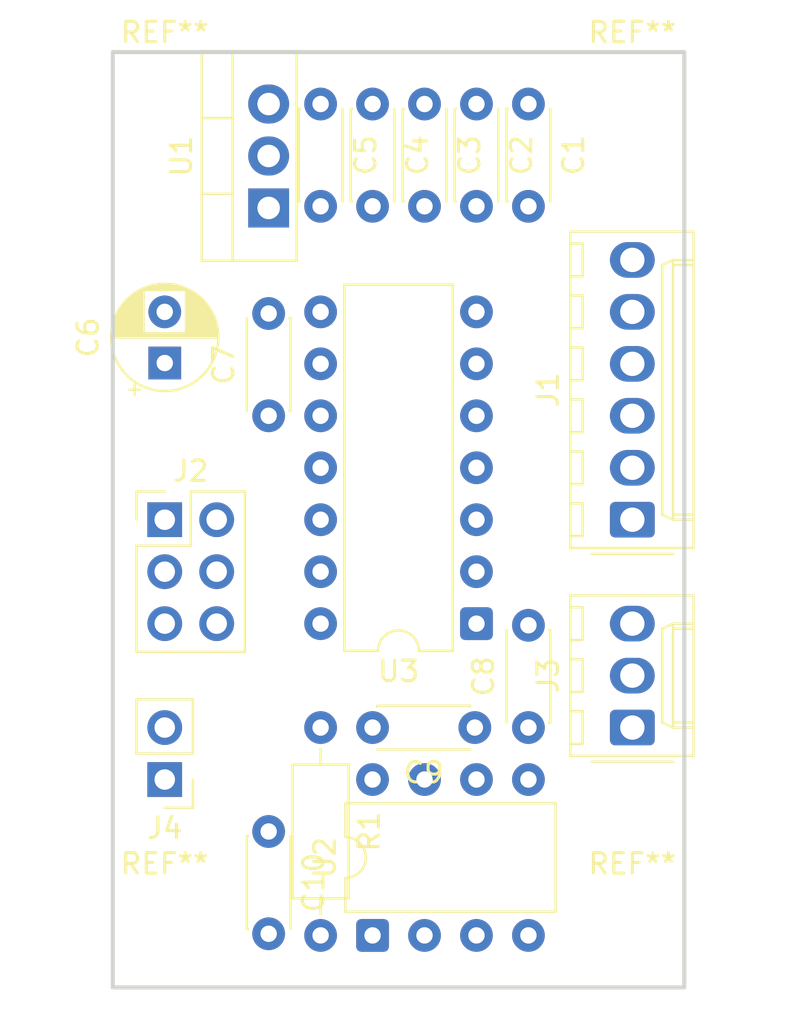
<source format=kicad_pcb>
(kicad_pcb (version 20241229) (generator "pcbnew") (generator_version "9.0")
  (layers (0 "F.Cu" signal) (2 "B.Cu" signal) (13 "F.Paste" user) (15 "B.Paste" user) (5 "F.SilkS" user "F.Silkscreen") (7 "B.SilkS" user "B.Silkscreen") (1 "F.Mask" user) (3 "B.Mask" user) (25 "Edge.Cuts" user))
  (net 0 "")
  (net 1 "Net-(J1-Pin_2)")
  (net 2 "GND")
  (net 3 "+5V")
  (net 4 "/RESET")
  (net 5 "/PEDAL_TIP")
  (net 6 "/ICSP_MISO")
  (net 7 "/ICSP_SCK")
  (net 9 "/ICSP_MOSI")
  (net 10 "Net-(J3-Pin_2)")
  (net 11 "Net-(J4-Pin_1)")
  (net 13 "/PEDAL_SLEEVE")
  (net 14 "Net-(U3-PA1)")
  (footprint "Capacitor_THT:C_Disc_D4.3mm_W1.9mm_P5.00mm" (layer "F.Cu") (at 195.58 76.2 -90)
    (property "Reference" "C1" (at 2.5 -2.2 90) (layer "F.SilkS"))
    (property "Value" "100nF")
    (fp_line (start 0.23 1.07) (end 4.77 1.07) (stroke (width 0.12)) (layer "F.SilkS"))
    (fp_line (start 0.23 1.014) (end 0.23 1.07) (stroke (width 0.12)) (layer "F.SilkS"))
    (fp_line (start 4.77 1.014) (end 4.77 1.07) (stroke (width 0.12)) (layer "F.SilkS"))
    (fp_line (start 0.23 -1.07) (end 4.77 -1.07) (stroke (width 0.12)) (layer "F.SilkS"))
    (pad "1" thru_hole circle (at 0 0 270) (size 1.6 1.6) (drill 0.8) (layers "*.Cu" "*.Mask") (net 1 "Net-(J1-Pin_2)"))
    (pad "2" thru_hole circle (at 5 0 270) (size 1.6 1.6) (drill 0.8) (layers "*.Cu" "*.Mask") (net 2 "GND"))
  )
  (footprint "Capacitor_THT:C_Disc_D4.3mm_W1.9mm_P5.00mm" (layer "F.Cu") (at 195.58 106.68 90)
    (property "Reference" "C8" (at 2.5 -2.2 90) (layer "F.SilkS"))
    (property "Value" "100nF")
    (fp_line (start 0.23 -1.07) (end 4.77 -1.07) (stroke (width 0.12)) (layer "F.SilkS"))
    (fp_line (start 4.77 1.014) (end 4.77 1.07) (stroke (width 0.12)) (layer "F.SilkS"))
    (fp_line (start 0.23 1.014) (end 0.23 1.07) (stroke (width 0.12)) (layer "F.SilkS"))
    (fp_line (start 0.23 1.07) (end 4.77 1.07) (stroke (width 0.12)) (layer "F.SilkS"))
    (pad "1" thru_hole circle (at 0 0 90) (size 1.6 1.6) (drill 0.8) (layers "*.Cu" "*.Mask") (net 3 "+5V"))
    (pad "2" thru_hole circle (at 5 0 90) (size 1.6 1.6) (drill 0.8) (layers "*.Cu" "*.Mask") (net 2 "GND"))
  )
  (footprint "Capacitor_THT:C_Disc_D4.3mm_W1.9mm_P5.00mm" (layer "F.Cu") (at 190.5 76.2 -90)
    (property "Reference" "C3" (at 2.5 -2.2 90) (layer "F.SilkS"))
    (property "Value" "100nF")
    (fp_line (start 0.23 1.07) (end 4.77 1.07) (stroke (width 0.12)) (layer "F.SilkS"))
    (fp_line (start 0.23 1.014) (end 0.23 1.07) (stroke (width 0.12)) (layer "F.SilkS"))
    (fp_line (start 4.77 1.014) (end 4.77 1.07) (stroke (width 0.12)) (layer "F.SilkS"))
    (fp_line (start 0.23 -1.07) (end 4.77 -1.07) (stroke (width 0.12)) (layer "F.SilkS"))
    (pad "1" thru_hole circle (at 0 0 270) (size 1.6 1.6) (drill 0.8) (layers "*.Cu" "*.Mask") (net 1 "Net-(J1-Pin_2)"))
    (pad "2" thru_hole circle (at 5 0 270) (size 1.6 1.6) (drill 0.8) (layers "*.Cu" "*.Mask") (net 2 "GND"))
  )
  (footprint "Package_DIP:DIP-14_W7.62mm" (layer "F.Cu") (at 193.04 101.6 180)
    (property "Reference" "U3" (at 3.81 -2.33 0) (layer "F.SilkS"))
    (property "Value" "MCP42010")
    (fp_line (start 6.46 16.57) (end 6.46 -1.33) (stroke (width 0.12)) (layer "F.SilkS"))
    (fp_line (start 6.46 -1.33) (end 4.81 -1.33) (stroke (width 0.12)) (layer "F.SilkS"))
    (fp_line (start 2.81 -1.33) (end 1.16 -1.33) (stroke (width 0.12)) (layer "F.SilkS"))
    (fp_line (start 1.16 16.57) (end 6.46 16.57) (stroke (width 0.12)) (layer "F.SilkS"))
    (fp_line (start 1.16 -1.33) (end 1.16 16.57) (stroke (width 0.12)) (layer "F.SilkS"))
    (fp_arc (start 4.81 -1.33) (mid 3.81 -0.33) (end 2.81 -1.33) (stroke (width 0.12)) (layer "F.SilkS"))
    (pad "1" thru_hole roundrect (at 0 0 180) (size 1.6 1.6) (drill 0.8) (layers "*.Cu" "*.Mask") (roundrect_rratio 0.15625) (net 6 "/ICSP_MISO"))
    (pad "2" thru_hole circle (at 0 2.54 180) (size 1.6 1.6) (drill 0.8) (layers "*.Cu" "*.Mask") (net 7 "/ICSP_SCK"))
    (pad "3" thru_hole circle (at 0 5.08 180) (size 1.6 1.6) (drill 0.8) (layers "*.Cu" "*.Mask") (net 9 "/ICSP_MOSI"))
    (pad "4" thru_hole circle (at 0 7.62 180) (size 1.6 1.6) (drill 0.8) (layers "*.Cu" "*.Mask") (net 2 "GND"))
    (pad "5" thru_hole circle (at 0 10.16 180) (size 1.6 1.6) (drill 0.8) (layers "*.Cu" "*.Mask") (net 13 "/PEDAL_SLEEVE"))
    (pad "6" thru_hole circle (at 0 12.7 180) (size 1.6 1.6) (drill 0.8) (layers "*.Cu" "*.Mask") (net 14 "Net-(U3-PA1)"))
    (pad "7" thru_hole circle (at 0 15.24 180) (size 1.6 1.6) (drill 0.8) (layers "*.Cu" "*.Mask") (net 14 "Net-(U3-PA1)"))
    (pad "8" thru_hole circle (at 7.62 15.24 180) (size 1.6 1.6) (drill 0.8) (layers "*.Cu" "*.Mask") (net 5 "/PEDAL_TIP"))
    (pad "9" thru_hole circle (at 7.62 12.7 180) (size 1.6 1.6) (drill 0.8) (layers "*.Cu" "*.Mask") (net 5 "/PEDAL_TIP"))
    (pad "10" thru_hole circle (at 7.62 10.16 180) (size 1.6 1.6) (drill 0.8) (layers "*.Cu" "*.Mask") (net 14 "Net-(U3-PA1)"))
    (pad "11" thru_hole circle (at 7.62 7.62 180) (size 1.6 1.6) (drill 0.8) (layers "*.Cu" "*.Mask") (net 3 "+5V"))
    (pad "12" thru_hole circle (at 7.62 5.08 180) (size 1.6 1.6) (drill 0.8) (layers "*.Cu" "*.Mask") (net 3 "+5V"))
    (pad "13" thru_hole circle (at 7.62 2.54 180) (size 1.6 1.6) (drill 0.8) (layers "*.Cu" "*.Mask"))
    (pad "14" thru_hole circle (at 7.62 0 180) (size 1.6 1.6) (drill 0.8) (layers "*.Cu" "*.Mask") (net 3 "+5V"))
  )
  (footprint "Connector_PinHeader_2.54mm:PinHeader_1x02_P2.54mm_Vertical" (layer "F.Cu") (at 177.8 109.22 180)
    (property "Reference" "J4" (at 0 -2.38 0) (layer "F.SilkS"))
    (property "Value" "Extra GPIO")
    (fp_line (start 1.38 1.27) (end 1.38 3.92) (stroke (width 0.12)) (layer "F.SilkS"))
    (fp_line (start -1.38 3.92) (end 1.38 3.92) (stroke (width 0.12)) (layer "F.SilkS"))
    (fp_line (start -1.38 1.27) (end 1.38 1.27) (stroke (width 0.12)) (layer "F.SilkS"))
    (fp_line (start -1.38 1.27) (end -1.38 3.92) (stroke (width 0.12)) (layer "F.SilkS"))
    (fp_line (start -1.38 0) (end -1.38 -1.38) (stroke (width 0.12)) (layer "F.SilkS"))
    (fp_line (start -1.38 -1.38) (end 0 -1.38) (stroke (width 0.12)) (layer "F.SilkS"))
    (pad "1" thru_hole rect (at 0 0 180) (size 1.7 1.7) (drill 1) (layers "*.Cu" "*.Mask") (net 11 "Net-(J4-Pin_1)"))
    (pad "2" thru_hole circle (at 0 2.54 180) (size 1.7 1.7) (drill 1) (layers "*.Cu" "*.Mask") (net 2 "GND"))
  )
  (footprint "Capacitor_THT:C_Disc_D4.3mm_W1.9mm_P5.00mm" (layer "F.Cu") (at 192.96 106.68 180)
    (property "Reference" "C9" (at 2.5 -2.2 0) (layer "F.SilkS"))
    (property "Value" "100nF")
    (fp_line (start 4.77 1.014) (end 4.77 1.07) (stroke (width 0.12)) (layer "F.SilkS"))
    (fp_line (start 0.23 1.07) (end 4.77 1.07) (stroke (width 0.12)) (layer "F.SilkS"))
    (fp_line (start 0.23 1.014) (end 0.23 1.07) (stroke (width 0.12)) (layer "F.SilkS"))
    (fp_line (start 0.23 -1.07) (end 4.77 -1.07) (stroke (width 0.12)) (layer "F.SilkS"))
    (pad "1" thru_hole circle (at 0 0 180) (size 1.6 1.6) (drill 0.8) (layers "*.Cu" "*.Mask") (net 3 "+5V"))
    (pad "2" thru_hole circle (at 5 0 180) (size 1.6 1.6) (drill 0.8) (layers "*.Cu" "*.Mask") (net 2 "GND"))
  )
  (footprint "MountingHole:MountingHole_2.5mm" (layer "F.Cu") (at 177.8 116.84)
    (property "Reference" "REF**" (at 0 -3.5 0) (layer "F.SilkS"))
    (property "Value" "MountingHole_2.5mm")
    (pad "" np_thru_hole circle (at 0 0) (size 2.5 2.5) (drill 2.5) (layers "*.Cu" "*.Mask"))
  )
  (footprint "MountingHole:MountingHole_2.5mm" (layer "F.Cu") (at 177.8 76.2)
    (property "Reference" "REF**" (at 0 -3.5 0) (layer "F.SilkS"))
    (property "Value" "MountingHole_2.5mm")
    (pad "" np_thru_hole circle (at 0 0) (size 2.5 2.5) (drill 2.5) (layers "*.Cu" "*.Mask"))
  )
  (footprint "Resistor_THT:R_Axial_DIN0207_L6.3mm_D2.5mm_P10.16mm_Horizontal" (layer "F.Cu") (at 185.42 106.68 -90)
    (property "Reference" "R1" (at 5.08 -2.37 90) (layer "F.SilkS"))
    (property "Value" "4k7")
    (fp_line (start 1.81 1.37) (end 8.35 1.37) (stroke (width 0.12)) (layer "F.SilkS"))
    (fp_line (start 8.35 1.37) (end 8.35 -1.37) (stroke (width 0.12)) (layer "F.SilkS"))
    (fp_line (start 1.04 0) (end 1.81 0) (stroke (width 0.12)) (layer "F.SilkS"))
    (fp_line (start 9.12 0) (end 8.35 0) (stroke (width 0.12)) (layer "F.SilkS"))
    (fp_line (start 1.81 -1.37) (end 1.81 1.37) (stroke (width 0.12)) (layer "F.SilkS"))
    (fp_line (start 8.35 -1.37) (end 1.81 -1.37) (stroke (width 0.12)) (layer "F.SilkS"))
    (pad "1" thru_hole circle (at 0 0 270) (size 1.6 1.6) (drill 0.8) (layers "*.Cu" "*.Mask") (net 3 "+5V"))
    (pad "2" thru_hole oval (at 10.16 0 270) (size 1.6 1.6) (drill 0.8) (layers "*.Cu" "*.Mask") (net 4 "/RESET"))
  )
  (footprint "Capacitor_THT:C_Disc_D4.3mm_W1.9mm_P5.00mm" (layer "F.Cu") (at 193.04 76.2 -90)
    (property "Reference" "C2" (at 2.5 -2.2 90) (layer "F.SilkS"))
    (property "Value" "100nF")
    (fp_line (start 0.23 1.07) (end 4.77 1.07) (stroke (width 0.12)) (layer "F.SilkS"))
    (fp_line (start 0.23 1.014) (end 0.23 1.07) (stroke (width 0.12)) (layer "F.SilkS"))
    (fp_line (start 4.77 1.014) (end 4.77 1.07) (stroke (width 0.12)) (layer "F.SilkS"))
    (fp_line (start 0.23 -1.07) (end 4.77 -1.07) (stroke (width 0.12)) (layer "F.SilkS"))
    (pad "1" thru_hole circle (at 0 0 270) (size 1.6 1.6) (drill 0.8) (layers "*.Cu" "*.Mask") (net 1 "Net-(J1-Pin_2)"))
    (pad "2" thru_hole circle (at 5 0 270) (size 1.6 1.6) (drill 0.8) (layers "*.Cu" "*.Mask") (net 2 "GND"))
  )
  (footprint "Capacitor_THT:CP_Radial_D5.0mm_P2.50mm" (layer "F.Cu") (at 177.8 88.86 90)
    (property "Reference" "C6" (at 1.25 -3.75 90) (layer "F.SilkS"))
    (property "Value" "100uF 25V")
    (fp_line (start 1.29 -2.58) (end 1.29 2.58) (stroke (width 0.12)) (layer "F.SilkS"))
    (fp_line (start 1.25 -2.58) (end 1.25 2.58) (stroke (width 0.12)) (layer "F.SilkS"))
    (fp_line (start 1.33 -2.579) (end 1.33 2.579) (stroke (width 0.12)) (layer "F.SilkS"))
    (fp_line (start 1.37 -2.577) (end 1.37 2.577) (stroke (width 0.12)) (layer "F.SilkS"))
    (fp_line (start 1.41 -2.575) (end 1.41 2.575) (stroke (width 0.12)) (layer "F.SilkS"))
    (fp_line (start 1.45 -2.572) (end 1.45 2.572) (stroke (width 0.12)) (layer "F.SilkS"))
    (fp_line (start 1.49 -2.569) (end 1.49 -1.04) (stroke (width 0.12)) (layer "F.SilkS"))
    (fp_line (start 1.53 -2.565) (end 1.53 -1.04) (stroke (width 0.12)) (layer "F.SilkS"))
    (fp_line (start 1.57 -2.56) (end 1.57 -1.04) (stroke (width 0.12)) (layer "F.SilkS"))
    (fp_line (start 1.61 -2.555) (end 1.61 -1.04) (stroke (width 0.12)) (layer "F.SilkS"))
    (fp_line (start 1.65 -2.549) (end 1.65 -1.04) (stroke (width 0.12)) (layer "F.SilkS"))
    (fp_line (start 1.69 -2.543) (end 1.69 -1.04) (stroke (width 0.12)) (layer "F.SilkS"))
    (fp_line (start 1.73 -2.536) (end 1.73 -1.04) (stroke (width 0.12)) (layer "F.SilkS"))
    (fp_line (start 1.77 -2.528) (end 1.77 -1.04) (stroke (width 0.12)) (layer "F.SilkS"))
    (fp_line (start 1.81 -2.519) (end 1.81 -1.04) (stroke (width 0.12)) (layer "F.SilkS"))
    (fp_line (start 1.85 -2.51) (end 1.85 -1.04) (stroke (width 0.12)) (layer "F.SilkS"))
    (fp_line (start 1.89 -2.501) (end 1.89 -1.04) (stroke (width 0.12)) (layer "F.SilkS"))
    (fp_line (start 1.93 -2.49) (end 1.93 -1.04) (stroke (width 0.12)) (layer "F.SilkS"))
    (fp_line (start 1.97 -2.479) (end 1.97 -1.04) (stroke (width 0.12)) (layer "F.SilkS"))
    (fp_line (start 2.01 -2.467) (end 2.01 -1.04) (stroke (width 0.12)) (layer "F.SilkS"))
    (fp_line (start 2.05 -2.455) (end 2.05 -1.04) (stroke (width 0.12)) (layer "F.SilkS"))
    (fp_line (start 2.09 -2.442) (end 2.09 -1.04) (stroke (width 0.12)) (layer "F.SilkS"))
    (fp_line (start 2.13 -2.428) (end 2.13 -1.04) (stroke (width 0.12)) (layer "F.SilkS"))
    (fp_line (start 2.17 -2.413) (end 2.17 -1.04) (stroke (width 0.12)) (layer "F.SilkS"))
    (fp_line (start 2.21 -2.398) (end 2.21 -1.04) (stroke (width 0.12)) (layer "F.SilkS"))
    (fp_line (start 2.25 -2.382) (end 2.25 -1.04) (stroke (width 0.12)) (layer "F.SilkS"))
    (fp_line (start 2.29 -2.365) (end 2.29 -1.04) (stroke (width 0.12)) (layer "F.SilkS"))
    (fp_line (start 2.33 -2.347) (end 2.33 -1.04) (stroke (width 0.12)) (layer "F.SilkS"))
    (fp_line (start 2.37 -2.329) (end 2.37 -1.04) (stroke (width 0.12)) (layer "F.SilkS"))
    (fp_line (start 2.41 -2.309) (end 2.41 -1.04) (stroke (width 0.12)) (layer "F.SilkS"))
    (fp_line (start 2.45 -2.289) (end 2.45 -1.04) (stroke (width 0.12)) (layer "F.SilkS"))
    (fp_line (start 2.49 -2.268) (end 2.49 -1.04) (stroke (width 0.12)) (layer "F.SilkS"))
    (fp_line (start 2.53 -2.246) (end 2.53 -1.04) (stroke (width 0.12)) (layer "F.SilkS"))
    (fp_line (start 2.57 -2.223) (end 2.57 -1.04) (stroke (width 0.12)) (layer "F.SilkS"))
    (fp_line (start 2.61 -2.199) (end 2.61 -1.04) (stroke (width 0.12)) (layer "F.SilkS"))
    (fp_line (start 2.65 -2.175) (end 2.65 -1.04) (stroke (width 0.12)) (layer "F.SilkS"))
    (fp_line (start 2.69 -2.149) (end 2.69 -1.04) (stroke (width 0.12)) (layer "F.SilkS"))
    (fp_line (start 2.73 -2.122) (end 2.73 -1.04) (stroke (width 0.12)) (layer "F.SilkS"))
    (fp_line (start 2.77 -2.094) (end 2.77 -1.04) (stroke (width 0.12)) (layer "F.SilkS"))
    (fp_line (start 2.81 -2.065) (end 2.81 -1.04) (stroke (width 0.12)) (layer "F.SilkS"))
    (fp_line (start 2.85 -2.035) (end 2.85 -1.04) (stroke (width 0.12)) (layer "F.SilkS"))
    (fp_line (start 2.89 -2.003) (end 2.89 -1.04) (stroke (width 0.12)) (layer "F.SilkS"))
    (fp_line (start 2.93 -1.97) (end 2.93 -1.04) (stroke (width 0.12)) (layer "F.SilkS"))
    (fp_line (start 2.97 -1.936) (end 2.97 -1.04) (stroke (width 0.12)) (layer "F.SilkS"))
    (fp_line (start 3.01 -1.901) (end 3.01 -1.04) (stroke (width 0.12)) (layer "F.SilkS"))
    (fp_line (start 3.05 -1.864) (end 3.05 -1.04) (stroke (width 0.12)) (layer "F.SilkS"))
    (fp_line (start 3.09 -1.825) (end 3.09 -1.04) (stroke (width 0.12)) (layer "F.SilkS"))
    (fp_line (start 3.13 -1.785) (end 3.13 -1.04) (stroke (width 0.12)) (layer "F.SilkS"))
    (fp_line (start 3.17 -1.743) (end 3.17 -1.04) (stroke (width 0.12)) (layer "F.SilkS"))
    (fp_line (start -1.304775 -1.725) (end -1.304775 -1.225) (stroke (width 0.12)) (layer "F.SilkS"))
    (fp_line (start 3.21 -1.699) (end 3.21 -1.04) (stroke (width 0.12)) (layer "F.SilkS"))
    (fp_line (start 3.25 -1.652) (end 3.25 -1.04) (stroke (width 0.12)) (layer "F.SilkS"))
    (fp_line (start 3.29 -1.604) (end 3.29 -1.04) (stroke (width 0.12)) (layer "F.SilkS"))
    (fp_line (start 3.33 -1.553) (end 3.33 -1.04) (stroke (width 0.12)) (layer "F.SilkS"))
    (fp_line (start 3.37 -1.499) (end 3.37 -1.04) (stroke (width 0.12)) (layer "F.SilkS"))
    (fp_line (start -1.554775 -1.475) (end -1.054775 -1.475) (stroke (width 0.12)) (layer "F.SilkS"))
    (fp_line (start 3.41 -1.443) (end 3.41 -1.04) (stroke (width 0.12)) (layer "F.SilkS"))
    (fp_line (start 3.45 -1.383) (end 3.45 -1.04) (stroke (width 0.12)) (layer "F.SilkS"))
    (fp_line (start 3.49 -1.319) (end 3.49 -1.04) (stroke (width 0.12)) (layer "F.SilkS"))
    (fp_line (start 3.53 -1.251) (end 3.53 -1.04) (stroke (width 0.12)) (layer "F.SilkS"))
    (fp_line (start 3.57 -1.177) (end 3.57 1.177) (stroke (width 0.12)) (layer "F.SilkS"))
    (fp_line (start 3.61 -1.098) (end 3.61 1.098) (stroke (width 0.12)) (layer "F.SilkS"))
    (fp_line (start 3.65 -1.011) (end 3.65 1.011) (stroke (width 0.12)) (layer "F.SilkS"))
    (fp_line (start 3.69 -0.914) (end 3.69 0.914) (stroke (width 0.12)) (layer "F.SilkS"))
    (fp_line (start 3.73 -0.805) (end 3.73 0.805) (stroke (width 0.12)) (layer "F.SilkS"))
    (fp_line (start 3.77 -0.677) (end 3.77 0.677) (stroke (width 0.12)) (layer "F.SilkS"))
    (fp_line (start 3.81 -0.517) (end 3.81 0.517) (stroke (width 0.12)) (layer "F.SilkS"))
    (fp_line (start 3.85 -0.283) (end 3.85 0.283) (stroke (width 0.12)) (layer "F.SilkS"))
    (fp_line (start 3.53 1.04) (end 3.53 1.251) (stroke (width 0.12)) (layer "F.SilkS"))
    (fp_line (start 3.49 1.04) (end 3.49 1.319) (stroke (width 0.12)) (layer "F.SilkS"))
    (fp_line (start 3.45 1.04) (end 3.45 1.383) (stroke (width 0.12)) (layer "F.SilkS"))
    (fp_line (start 3.41 1.04) (end 3.41 1.443) (stroke (width 0.12)) (layer "F.SilkS"))
    (fp_line (start 3.37 1.04) (end 3.37 1.499) (stroke (width 0.12)) (layer "F.SilkS"))
    (fp_line (start 3.33 1.04) (end 3.33 1.553) (stroke (width 0.12)) (layer "F.SilkS"))
    (fp_line (start 3.29 1.04) (end 3.29 1.604) (stroke (width 0.12)) (layer "F.SilkS"))
    (fp_line (start 3.25 1.04) (end 3.25 1.652) (stroke (width 0.12)) (layer "F.SilkS"))
    (fp_line (start 3.21 1.04) (end 3.21 1.699) (stroke (width 0.12)) (layer "F.SilkS"))
    (fp_line (start 3.17 1.04) (end 3.17 1.743) (stroke (width 0.12)) (layer "F.SilkS"))
    (fp_line (start 3.13 1.04) (end 3.13 1.785) (stroke (width 0.12)) (layer "F.SilkS"))
    (fp_line (start 3.09 1.04) (end 3.09 1.825) (stroke (width 0.12)) (layer "F.SilkS"))
    (fp_line (start 3.05 1.04) (end 3.05 1.864) (stroke (width 0.12)) (layer "F.SilkS"))
    (fp_line (start 3.01 1.04) (end 3.01 1.901) (stroke (width 0.12)) (layer "F.SilkS"))
    (fp_line (start 2.97 1.04) (end 2.97 1.936) (stroke (width 0.12)) (layer "F.SilkS"))
    (fp_line (start 2.93 1.04) (end 2.93 1.97) (stroke (width 0.12)) (layer "F.SilkS"))
    (fp_line (start 2.89 1.04) (end 2.89 2.003) (stroke (width 0.12)) (layer "F.SilkS"))
    (fp_line (start 2.85 1.04) (end 2.85 2.035) (stroke (width 0.12)) (layer "F.SilkS"))
    (fp_line (start 2.81 1.04) (end 2.81 2.065) (stroke (width 0.12)) (layer "F.SilkS"))
    (fp_line (start 2.77 1.04) (end 2.77 2.094) (stroke (width 0.12)) (layer "F.SilkS"))
    (fp_line (start 2.73 1.04) (end 2.73 2.122) (stroke (width 0.12)) (layer "F.SilkS"))
    (fp_line (start 2.69 1.04) (end 2.69 2.149) (stroke (width 0.12)) (layer "F.SilkS"))
    (fp_line (start 2.65 1.04) (end 2.65 2.175) (stroke (width 0.12)) (layer "F.SilkS"))
    (fp_line (start 2.61 1.04) (end 2.61 2.199) (stroke (width 0.12)) (layer "F.SilkS"))
    (fp_line (start 2.57 1.04) (end 2.57 2.223) (stroke (width 0.12)) (layer "F.SilkS"))
    (fp_line (start 2.53 1.04) (end 2.53 2.246) (stroke (width 0.12)) (layer "F.SilkS"))
    (fp_line (start 2.49 1.04) (end 2.49 2.268) (stroke (width 0.12)) (layer "F.SilkS"))
    (fp_line (start 2.45 1.04) (end 2.45 2.289) (stroke (width 0.12)) (layer "F.SilkS"))
    (fp_line (start 2.41 1.04) (end 2.41 2.309) (stroke (width 0.12)) (layer "F.SilkS"))
    (fp_line (start 2.37 1.04) (end 2.37 2.329) (stroke (width 0.12)) (layer "F.SilkS"))
    (fp_line (start 2.33 1.04) (end 2.33 2.347) (stroke (width 0.12)) (layer "F.SilkS"))
    (fp_line (start 2.29 1.04) (end 2.29 2.365) (stroke (width 0.12)) (layer "F.SilkS"))
    (fp_line (start 2.25 1.04) (end 2.25 2.382) (stroke (width 0.12)) (layer "F.SilkS"))
    (fp_line (start 2.21 1.04) (end 2.21 2.398) (stroke (width 0.12)) (layer "F.SilkS"))
    (fp_line (start 2.17 1.04) (end 2.17 2.413) (stroke (width 0.12)) (layer "F.SilkS"))
    (fp_line (start 2.13 1.04) (end 2.13 2.428) (stroke (width 0.12)) (layer "F.SilkS"))
    (fp_line (start 2.09 1.04) (end 2.09 2.442) (stroke (width 0.12)) (layer "F.SilkS"))
    (fp_line (start 2.05 1.04) (end 2.05 2.455) (stroke (width 0.12)) (layer "F.SilkS"))
    (fp_line (start 2.01 1.04) (end 2.01 2.467) (stroke (width 0.12)) (layer "F.SilkS"))
    (fp_line (start 1.97 1.04) (end 1.97 2.479) (stroke (width 0.12)) (layer "F.SilkS"))
    (fp_line (start 1.93 1.04) (end 1.93 2.49) (stroke (width 0.12)) (layer "F.SilkS"))
    (fp_line (start 1.89 1.04) (end 1.89 2.501) (stroke (width 0.12)) (layer "F.SilkS"))
    (fp_line (start 1.85 1.04) (end 1.85 2.51) (stroke (width 0.12)) (layer "F.SilkS"))
    (fp_line (start 1.81 1.04) (end 1.81 2.519) (stroke (width 0.12)) (layer "F.SilkS"))
    (fp_line (start 1.77 1.04) (end 1.77 2.528) (stroke (width 0.12)) (layer "F.SilkS"))
    (fp_line (start 1.73 1.04) (end 1.73 2.536) (stroke (width 0.12)) (layer "F.SilkS"))
    (fp_line (start 1.69 1.04) (end 1.69 2.543) (stroke (width 0.12)) (layer "F.SilkS"))
    (fp_line (start 1.65 1.04) (end 1.65 2.549) (stroke (width 0.12)) (layer "F.SilkS"))
    (fp_line (start 1.61 1.04) (end 1.61 2.555) (stroke (width 0.12)) (layer "F.SilkS"))
    (fp_line (start 1.57 1.04) (end 1.57 2.56) (stroke (width 0.12)) (layer "F.SilkS"))
    (fp_line (start 1.53 1.04) (end 1.53 2.565) (stroke (width 0.12)) (layer "F.SilkS"))
    (fp_line (start 1.49 1.04) (end 1.49 2.569) (stroke (width 0.12)) (layer "F.SilkS"))
    (fp_circle (center 1.25 0) (end 3.87 0) (stroke (width 0.12)) (fill no) (layer "F.SilkS"))
    (pad "1" thru_hole rect (at 0 0 90) (size 1.6 1.6) (drill 0.8) (layers "*.Cu" "*.Mask") (net 3 "+5V"))
    (pad "2" thru_hole circle (at 2.5 0 90) (size 1.6 1.6) (drill 0.8) (layers "*.Cu" "*.Mask") (net 2 "GND"))
  )
  (footprint "MountingHole:MountingHole_2.5mm" (layer "F.Cu") (at 200.66 76.2)
    (property "Reference" "REF**" (at 0 -3.5 0) (layer "F.SilkS"))
    (property "Value" "MountingHole_2.5mm")
    (pad "" np_thru_hole circle (at 0 0) (size 2.5 2.5) (drill 2.5) (layers "*.Cu" "*.Mask"))
  )
  (footprint "Connector_Molex:Molex_KK-254_AE-6410-06A_1x06_P2.54mm_Vertical" (layer "F.Cu") (at 200.66 96.52 90)
    (property "Reference" "J1" (at 6.35 -4.12 90) (layer "F.SilkS"))
    (property "Value" "Panel connections")
    (fp_line (start 14.08 -3.03) (end -1.38 -3.03) (stroke (width 0.12)) (layer "F.SilkS"))
    (fp_line (start 11.9 -3.03) (end 11.9 -2.43) (stroke (width 0.12)) (layer "F.SilkS"))
    (fp_line (start 9.36 -3.03) (end 9.36 -2.43) (stroke (width 0.12)) (layer "F.SilkS"))
    (fp_line (start 6.82 -3.03) (end 6.82 -2.43) (stroke (width 0.12)) (layer "F.SilkS"))
    (fp_line (start 4.28 -3.03) (end 4.28 -2.43) (stroke (width 0.12)) (layer "F.SilkS"))
    (fp_line (start 1.74 -3.03) (end 1.74 -2.43) (stroke (width 0.12)) (layer "F.SilkS"))
    (fp_line (start -0.8 -3.03) (end -0.8 -2.43) (stroke (width 0.12)) (layer "F.SilkS"))
    (fp_line (start -1.38 -3.03) (end -1.38 2.99) (stroke (width 0.12)) (layer "F.SilkS"))
    (fp_line (start 13.5 -2.43) (end 13.5 -3.03) (stroke (width 0.12)) (layer "F.SilkS"))
    (fp_line (start 11.9 -2.43) (end 13.5 -2.43) (stroke (width 0.12)) (layer "F.SilkS"))
    (fp_line (start 10.96 -2.43) (end 10.96 -3.03) (stroke (width 0.12)) (layer "F.SilkS"))
    (fp_line (start 9.36 -2.43) (end 10.96 -2.43) (stroke (width 0.12)) (layer "F.SilkS"))
    (fp_line (start 8.42 -2.43) (end 8.42 -3.03) (stroke (width 0.12)) (layer "F.SilkS"))
    (fp_line (start 6.82 -2.43) (end 8.42 -2.43) (stroke (width 0.12)) (layer "F.SilkS"))
    (fp_line (start 5.88 -2.43) (end 5.88 -3.03) (stroke (width 0.12)) (layer "F.SilkS"))
    (fp_line (start 4.28 -2.43) (end 5.88 -2.43) (stroke (width 0.12)) (layer "F.SilkS"))
    (fp_line (start 3.34 -2.43) (end 3.34 -3.03) (stroke (width 0.12)) (layer "F.SilkS"))
    (fp_line (start 1.74 -2.43) (end 3.34 -2.43) (stroke (width 0.12)) (layer "F.SilkS"))
    (fp_line (start 0.8 -2.43) (end 0.8 -3.03) (stroke (width 0.12)) (layer "F.SilkS"))
    (fp_line (start -0.8 -2.43) (end 0.8 -2.43) (stroke (width 0.12)) (layer "F.SilkS"))
    (fp_line (start -1.67 -2) (end -1.67 2) (stroke (width 0.12)) (layer "F.SilkS"))
    (fp_line (start 12.45 1.46) (end 12.7 1.99) (stroke (width 0.12)) (layer "F.SilkS"))
    (fp_line (start 0.25 1.46) (end 12.45 1.46) (stroke (width 0.12)) (layer "F.SilkS"))
    (fp_line (start 12.7 1.99) (end 12.7 2.99) (stroke (width 0.12)) (layer "F.SilkS"))
    (fp_line (start 0 1.99) (end 0.25 1.46) (stroke (width 0.12)) (layer "F.SilkS"))
    (fp_line (start 0 1.99) (end 12.7 1.99) (stroke (width 0.12)) (layer "F.SilkS"))
    (fp_line (start 14.08 2.99) (end 14.08 -3.03) (stroke (width 0.12)) (layer "F.SilkS"))
    (fp_line (start 12.45 2.99) (end 12.45 1.99) (stroke (width 0.12)) (layer "F.SilkS"))
    (fp_line (start 0.25 2.99) (end 0.25 1.99) (stroke (width 0.12)) (layer "F.SilkS"))
    (fp_line (start 0 2.99) (end 0 1.99) (stroke (width 0.12)) (layer "F.SilkS"))
    (fp_line (start -1.38 2.99) (end 14.08 2.99) (stroke (width 0.12)) (layer "F.SilkS"))
    (pad "1" thru_hole roundrect (at 0 0 90) (size 1.74 2.19) (drill 1.19) (layers "*.Cu" "*.Mask") (roundrect_rratio 0.143678) (net 2 "GND"))
    (pad "2" thru_hole oval (at 2.54 0 90) (size 1.74 2.19) (drill 1.19) (layers "*.Cu" "*.Mask") (net 1 "Net-(J1-Pin_2)"))
    (pad "3" thru_hole oval (at 5.08 0 90) (size 1.74 2.19) (drill 1.19) (layers "*.Cu" "*.Mask") (net 2 "GND"))
    (pad "4" thru_hole oval (at 7.62 0 90) (size 1.74 2.19) (drill 1.19) (layers "*.Cu" "*.Mask") (net 1 "Net-(J1-Pin_2)"))
    (pad "5" thru_hole oval (at 10.16 0 90) (size 1.74 2.19) (drill 1.19) (layers "*.Cu" "*.Mask") (net 13 "/PEDAL_SLEEVE"))
    (pad "6" thru_hole oval (at 12.7 0 90) (size 1.74 2.19) (drill 1.19) (layers "*.Cu" "*.Mask") (net 5 "/PEDAL_TIP"))
  )
  (footprint "Capacitor_THT:C_Disc_D4.3mm_W1.9mm_P5.00mm" (layer "F.Cu") (at 182.88 91.44 90)
    (property "Reference" "C7" (at 2.5 -2.2 90) (layer "F.SilkS"))
    (property "Value" "100nF")
    (fp_line (start 0.23 -1.07) (end 4.77 -1.07) (stroke (width 0.12)) (layer "F.SilkS"))
    (fp_line (start 4.77 1.014) (end 4.77 1.07) (stroke (width 0.12)) (layer "F.SilkS"))
    (fp_line (start 0.23 1.014) (end 0.23 1.07) (stroke (width 0.12)) (layer "F.SilkS"))
    (fp_line (start 0.23 1.07) (end 4.77 1.07) (stroke (width 0.12)) (layer "F.SilkS"))
    (pad "1" thru_hole circle (at 0 0 90) (size 1.6 1.6) (drill 0.8) (layers "*.Cu" "*.Mask") (net 3 "+5V"))
    (pad "2" thru_hole circle (at 5 0 90) (size 1.6 1.6) (drill 0.8) (layers "*.Cu" "*.Mask") (net 2 "GND"))
  )
  (footprint "Capacitor_THT:C_Disc_D4.3mm_W1.9mm_P5.00mm" (layer "F.Cu") (at 185.42 76.2 -90)
    (property "Reference" "C5" (at 2.5 -2.2 90) (layer "F.SilkS"))
    (property "Value" "100nF")
    (fp_line (start 0.23 1.07) (end 4.77 1.07) (stroke (width 0.12)) (layer "F.SilkS"))
    (fp_line (start 0.23 1.014) (end 0.23 1.07) (stroke (width 0.12)) (layer "F.SilkS"))
    (fp_line (start 4.77 1.014) (end 4.77 1.07) (stroke (width 0.12)) (layer "F.SilkS"))
    (fp_line (start 0.23 -1.07) (end 4.77 -1.07) (stroke (width 0.12)) (layer "F.SilkS"))
    (pad "1" thru_hole circle (at 0 0 270) (size 1.6 1.6) (drill 0.8) (layers "*.Cu" "*.Mask") (net 1 "Net-(J1-Pin_2)"))
    (pad "2" thru_hole circle (at 5 0 270) (size 1.6 1.6) (drill 0.8) (layers "*.Cu" "*.Mask") (net 2 "GND"))
  )
  (footprint "Package_DIP:DIP-8_W7.62mm" (layer "F.Cu") (at 187.96 116.84 90)
    (property "Reference" "U2" (at 3.81 -2.33 90) (layer "F.SilkS"))
    (property "Value" "ATtiny13A-P")
    (fp_line (start 6.46 -1.33) (end 4.81 -1.33) (stroke (width 0.12)) (layer "F.SilkS"))
    (fp_line (start 2.81 -1.33) (end 1.16 -1.33) (stroke (width 0.12)) (layer "F.SilkS"))
    (fp_line (start 1.16 -1.33) (end 1.16 8.95) (stroke (width 0.12)) (layer "F.SilkS"))
    (fp_line (start 6.46 8.95) (end 6.46 -1.33) (stroke (width 0.12)) (layer "F.SilkS"))
    (fp_line (start 1.16 8.95) (end 6.46 8.95) (stroke (width 0.12)) (layer "F.SilkS"))
    (fp_arc (start 4.81 -1.33) (mid 3.81 -0.33) (end 2.81 -1.33) (stroke (width 0.12)) (layer "F.SilkS"))
    (pad "1" thru_hole roundrect (at 0 0 90) (size 1.6 1.6) (drill 0.8) (layers "*.Cu" "*.Mask") (roundrect_rratio 0.15625) (net 4 "/RESET"))
    (pad "2" thru_hole circle (at 0 2.54 90) (size 1.6 1.6) (drill 0.8) (layers "*.Cu" "*.Mask") (net 11 "Net-(J4-Pin_1)"))
    (pad "3" thru_hole circle (at 0 5.08 90) (size 1.6 1.6) (drill 0.8) (layers "*.Cu" "*.Mask") (net 10 "Net-(J3-Pin_2)"))
    (pad "4" thru_hole circle (at 0 7.62 90) (size 1.6 1.6) (drill 0.8) (layers "*.Cu" "*.Mask") (net 2 "GND"))
    (pad "5" thru_hole circle (at 7.62 7.62 90) (size 1.6 1.6) (drill 0.8) (layers "*.Cu" "*.Mask") (net 9 "/ICSP_MOSI"))
    (pad "6" thru_hole circle (at 7.62 5.08 90) (size 1.6 1.6) (drill 0.8) (layers "*.Cu" "*.Mask") (net 6 "/ICSP_MISO"))
    (pad "7" thru_hole circle (at 7.62 2.54 90) (size 1.6 1.6) (drill 0.8) (layers "*.Cu" "*.Mask") (net 7 "/ICSP_SCK"))
    (pad "8" thru_hole circle (at 7.62 0 90) (size 1.6 1.6) (drill 0.8) (layers "*.Cu" "*.Mask") (net 3 "+5V"))
  )
  (footprint "Package_TO_SOT_THT:TO-220-3_Vertical" (layer "F.Cu") (at 182.88 81.28 90)
    (property "Reference" "U1" (at 2.54 -4.27 90) (layer "F.SilkS"))
    (property "Value" "LM2940T-5.0_NOPB")
    (fp_line (start 7.66 -3.27) (end 7.66 1.371) (stroke (width 0.12)) (layer "F.SilkS"))
    (fp_line (start 4.391 -3.27) (end 4.391 -1.76) (stroke (width 0.12)) (layer "F.SilkS"))
    (fp_line (start 0.69 -3.27) (end 0.69 -1.76) (stroke (width 0.12)) (layer "F.SilkS"))
    (fp_line (start -2.58 -3.27) (end 7.66 -3.27) (stroke (width 0.12)) (layer "F.SilkS"))
    (fp_line (start -2.58 -3.27) (end -2.58 1.371) (stroke (width 0.12)) (layer "F.SilkS"))
    (fp_line (start -2.58 -1.76) (end 7.66 -1.76) (stroke (width 0.12)) (layer "F.SilkS"))
    (fp_line (start -2.58 1.371) (end 7.66 1.371) (stroke (width 0.12)) (layer "F.SilkS"))
    (pad "1" thru_hole rect (at 0 0 90) (size 1.905 2) (drill 1.1) (layers "*.Cu" "*.Mask") (net 1 "Net-(J1-Pin_2)"))
    (pad "2" thru_hole oval (at 2.54 0 90) (size 1.905 2) (drill 1.1) (layers "*.Cu" "*.Mask") (net 2 "GND"))
    (pad "3" thru_hole oval (at 5.08 0 90) (size 1.905 2) (drill 1.1) (layers "*.Cu" "*.Mask") (net 3 "+5V"))
  )
  (footprint "Capacitor_THT:C_Disc_D4.3mm_W1.9mm_P5.00mm" (layer "F.Cu") (at 182.88 111.76 -90)
    (property "Reference" "C10" (at 2.5 -2.2 90) (layer "F.SilkS"))
    (property "Value" "100nF")
    (fp_line (start 0.23 1.07) (end 4.77 1.07) (stroke (width 0.12)) (layer "F.SilkS"))
    (fp_line (start 0.23 1.014) (end 0.23 1.07) (stroke (width 0.12)) (layer "F.SilkS"))
    (fp_line (start 4.77 1.014) (end 4.77 1.07) (stroke (width 0.12)) (layer "F.SilkS"))
    (fp_line (start 0.23 -1.07) (end 4.77 -1.07) (stroke (width 0.12)) (layer "F.SilkS"))
    (pad "1" thru_hole circle (at 0 0 270) (size 1.6 1.6) (drill 0.8) (layers "*.Cu" "*.Mask") (net 4 "/RESET"))
    (pad "2" thru_hole circle (at 5 0 270) (size 1.6 1.6) (drill 0.8) (layers "*.Cu" "*.Mask") (net 2 "GND"))
  )
  (footprint "MountingHole:MountingHole_2.5mm" (layer "F.Cu") (at 200.66 116.84)
    (property "Reference" "REF**" (at 0 -3.5 0) (layer "F.SilkS"))
    (property "Value" "MountingHole_2.5mm")
    (pad "" np_thru_hole circle (at 0 0) (size 2.5 2.5) (drill 2.5) (layers "*.Cu" "*.Mask"))
  )
  (footprint "Capacitor_THT:C_Disc_D4.3mm_W1.9mm_P5.00mm" (layer "F.Cu") (at 187.96 76.2 -90)
    (property "Reference" "C4" (at 2.5 -2.2 90) (layer "F.SilkS"))
    (property "Value" "100nF")
    (fp_line (start 0.23 1.07) (end 4.77 1.07) (stroke (width 0.12)) (layer "F.SilkS"))
    (fp_line (start 0.23 1.014) (end 0.23 1.07) (stroke (width 0.12)) (layer "F.SilkS"))
    (fp_line (start 4.77 1.014) (end 4.77 1.07) (stroke (width 0.12)) (layer "F.SilkS"))
    (fp_line (start 0.23 -1.07) (end 4.77 -1.07) (stroke (width 0.12)) (layer "F.SilkS"))
    (pad "1" thru_hole circle (at 0 0 270) (size 1.6 1.6) (drill 0.8) (layers "*.Cu" "*.Mask") (net 1 "Net-(J1-Pin_2)"))
    (pad "2" thru_hole circle (at 5 0 270) (size 1.6 1.6) (drill 0.8) (layers "*.Cu" "*.Mask") (net 2 "GND"))
  )
  (footprint "Connector_PinHeader_2.54mm:PinHeader_2x03_P2.54mm_Vertical" (layer "F.Cu") (at 177.8 96.52)
    (property "Reference" "J2" (at 1.27 -2.38 0) (layer "F.SilkS"))
    (property "Value" "ICSP Programming")
    (fp_line (start -1.38 -1.38) (end 0 -1.38) (stroke (width 0.12)) (layer "F.SilkS"))
    (fp_line (start -1.38 0) (end -1.38 -1.38) (stroke (width 0.12)) (layer "F.SilkS"))
    (fp_line (start -1.38 1.27) (end -1.38 6.46) (stroke (width 0.12)) (layer "F.SilkS"))
    (fp_line (start -1.38 1.27) (end 1.27 1.27) (stroke (width 0.12)) (layer "F.SilkS"))
    (fp_line (start -1.38 6.46) (end 3.92 6.46) (stroke (width 0.12)) (layer "F.SilkS"))
    (fp_line (start 1.27 -1.38) (end 3.92 -1.38) (stroke (width 0.12)) (layer "F.SilkS"))
    (fp_line (start 1.27 1.27) (end 1.27 -1.38) (stroke (width 0.12)) (layer "F.SilkS"))
    (fp_line (start 3.92 -1.38) (end 3.92 6.46) (stroke (width 0.12)) (layer "F.SilkS"))
    (pad "1" thru_hole rect (at 0 0) (size 1.7 1.7) (drill 1) (layers "*.Cu" "*.Mask") (net 6 "/ICSP_MISO"))
    (pad "2" thru_hole circle (at 2.54 0) (size 1.7 1.7) (drill 1) (layers "*.Cu" "*.Mask"))
    (pad "3" thru_hole circle (at 0 2.54) (size 1.7 1.7) (drill 1) (layers "*.Cu" "*.Mask") (net 7 "/ICSP_SCK"))
    (pad "4" thru_hole circle (at 2.54 2.54) (size 1.7 1.7) (drill 1) (layers "*.Cu" "*.Mask") (net 9 "/ICSP_MOSI"))
    (pad "5" thru_hole circle (at 0 5.08) (size 1.7 1.7) (drill 1) (layers "*.Cu" "*.Mask") (net 4 "/RESET"))
    (pad "6" thru_hole circle (at 2.54 5.08) (size 1.7 1.7) (drill 1) (layers "*.Cu" "*.Mask") (net 2 "GND"))
  )
  (footprint "Connector_Molex:Molex_KK-254_AE-6410-03A_1x03_P2.54mm_Vertical" (layer "F.Cu") (at 200.66 106.68 90)
    (property "Reference" "J3" (at 2.54 -4.12 90) (layer "F.SilkS"))
    (property "Value" "Hall sensor input")
    (fp_line (start 6.46 -3.03) (end -1.38 -3.03) (stroke (width 0.12)) (layer "F.SilkS"))
    (fp_line (start 4.28 -3.03) (end 4.28 -2.43) (stroke (width 0.12)) (layer "F.SilkS"))
    (fp_line (start 1.74 -3.03) (end 1.74 -2.43) (stroke (width 0.12)) (layer "F.SilkS"))
    (fp_line (start -0.8 -3.03) (end -0.8 -2.43) (stroke (width 0.12)) (layer "F.SilkS"))
    (fp_line (start -1.38 -3.03) (end -1.38 2.99) (stroke (width 0.12)) (layer "F.SilkS"))
    (fp_line (start 5.88 -2.43) (end 5.88 -3.03) (stroke (width 0.12)) (layer "F.SilkS"))
    (fp_line (start 4.28 -2.43) (end 5.88 -2.43) (stroke (width 0.12)) (layer "F.SilkS"))
    (fp_line (start 3.34 -2.43) (end 3.34 -3.03) (stroke (width 0.12)) (layer "F.SilkS"))
    (fp_line (start 1.74 -2.43) (end 3.34 -2.43) (stroke (width 0.12)) (layer "F.SilkS"))
    (fp_line (start 0.8 -2.43) (end 0.8 -3.03) (stroke (width 0.12)) (layer "F.SilkS"))
    (fp_line (start -0.8 -2.43) (end 0.8 -2.43) (stroke (width 0.12)) (layer "F.SilkS"))
    (fp_line (start -1.67 -2) (end -1.67 2) (stroke (width 0.12)) (layer "F.SilkS"))
    (fp_line (start 4.83 1.46) (end 5.08 1.99) (stroke (width 0.12)) (layer "F.SilkS"))
    (fp_line (start 0.25 1.46) (end 4.83 1.46) (stroke (width 0.12)) (layer "F.SilkS"))
    (fp_line (start 5.08 1.99) (end 5.08 2.99) (stroke (width 0.12)) (layer "F.SilkS"))
    (fp_line (start 0 1.99) (end 0.25 1.46) (stroke (width 0.12)) (layer "F.SilkS"))
    (fp_line (start 0 1.99) (end 5.08 1.99) (stroke (width 0.12)) (layer "F.SilkS"))
    (fp_line (start 6.46 2.99) (end 6.46 -3.03) (stroke (width 0.12)) (layer "F.SilkS"))
    (fp_line (start 4.83 2.99) (end 4.83 1.99) (stroke (width 0.12)) (layer "F.SilkS"))
    (fp_line (start 0.25 2.99) (end 0.25 1.99) (stroke (width 0.12)) (layer "F.SilkS"))
    (fp_line (start 0 2.99) (end 0 1.99) (stroke (width 0.12)) (layer "F.SilkS"))
    (fp_line (start -1.38 2.99) (end 6.46 2.99) (stroke (width 0.12)) (layer "F.SilkS"))
    (pad "1" thru_hole roundrect (at 0 0 90) (size 1.74 2.19) (drill 1.19) (layers "*.Cu" "*.Mask") (roundrect_rratio 0.143678) (net 3 "+5V"))
    (pad "2" thru_hole oval (at 2.54 0 90) (size 1.74 2.19) (drill 1.19) (layers "*.Cu" "*.Mask") (net 10 "Net-(J3-Pin_2)"))
    (pad "3" thru_hole oval (at 5.08 0 90) (size 1.74 2.19) (drill 1.19) (layers "*.Cu" "*.Mask") (net 2 "GND"))
  )
  (gr_line (start 175.26 119.38) (end 203.2 119.38) (stroke (width 0.2)) (layer "Edge.Cuts"))
  (gr_line (start 203.2 119.38) (end 203.2 73.66) (stroke (width 0.2)) (layer "Edge.Cuts"))
  (gr_line (start 175.26 73.66) (end 175.26 119.38) (stroke (width 0.2)) (layer "Edge.Cuts"))
  (gr_line (start 203.2 73.66) (end 175.26 73.66) (stroke (width 0.2)) (layer "Edge.Cuts"))
)
</source>
